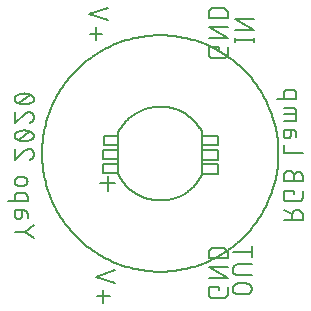
<source format=gbo>
G04 EAGLE Gerber RS-274X export*
G75*
%MOMM*%
%FSLAX34Y34*%
%LPD*%
%INSilkscreen Bottom*%
%IPPOS*%
%AMOC8*
5,1,8,0,0,1.08239X$1,22.5*%
G01*
%ADD10C,0.152400*%
%ADD11C,0.127000*%


D10*
X32512Y129794D02*
X32542Y132250D01*
X32633Y134704D01*
X32783Y137156D01*
X32994Y139603D01*
X33265Y142044D01*
X33595Y144478D01*
X33985Y146903D01*
X34435Y149318D01*
X34944Y151721D01*
X35511Y154110D01*
X36137Y156486D01*
X36821Y158845D01*
X37563Y161186D01*
X38362Y163509D01*
X39218Y165811D01*
X40130Y168091D01*
X41098Y170349D01*
X42120Y172582D01*
X43198Y174789D01*
X44329Y176969D01*
X45513Y179121D01*
X46750Y181243D01*
X48038Y183334D01*
X49378Y185393D01*
X50767Y187419D01*
X52206Y189409D01*
X53693Y191364D01*
X55228Y193282D01*
X56810Y195161D01*
X58437Y197001D01*
X60108Y198800D01*
X61824Y200558D01*
X63582Y202274D01*
X65381Y203945D01*
X67221Y205572D01*
X69100Y207154D01*
X71018Y208689D01*
X72973Y210176D01*
X74963Y211615D01*
X76989Y213004D01*
X79048Y214344D01*
X81139Y215632D01*
X83261Y216869D01*
X85413Y218053D01*
X87593Y219184D01*
X89800Y220262D01*
X92033Y221284D01*
X94291Y222252D01*
X96571Y223164D01*
X98873Y224020D01*
X101196Y224819D01*
X103537Y225561D01*
X105896Y226245D01*
X108272Y226871D01*
X110661Y227438D01*
X113064Y227947D01*
X115479Y228397D01*
X117904Y228787D01*
X120338Y229117D01*
X122779Y229388D01*
X125226Y229599D01*
X127678Y229749D01*
X130132Y229840D01*
X132588Y229870D01*
X135044Y229840D01*
X137498Y229749D01*
X139950Y229599D01*
X142397Y229388D01*
X144838Y229117D01*
X147272Y228787D01*
X149697Y228397D01*
X152112Y227947D01*
X154515Y227438D01*
X156904Y226871D01*
X159280Y226245D01*
X161639Y225561D01*
X163980Y224819D01*
X166303Y224020D01*
X168605Y223164D01*
X170885Y222252D01*
X173143Y221284D01*
X175376Y220262D01*
X177583Y219184D01*
X179763Y218053D01*
X181915Y216869D01*
X184037Y215632D01*
X186128Y214344D01*
X188187Y213004D01*
X190213Y211615D01*
X192203Y210176D01*
X194158Y208689D01*
X196076Y207154D01*
X197955Y205572D01*
X199795Y203945D01*
X201594Y202274D01*
X203352Y200558D01*
X205068Y198800D01*
X206739Y197001D01*
X208366Y195161D01*
X209948Y193282D01*
X211483Y191364D01*
X212970Y189409D01*
X214409Y187419D01*
X215798Y185393D01*
X217138Y183334D01*
X218426Y181243D01*
X219663Y179121D01*
X220847Y176969D01*
X221978Y174789D01*
X223056Y172582D01*
X224078Y170349D01*
X225046Y168091D01*
X225958Y165811D01*
X226814Y163509D01*
X227613Y161186D01*
X228355Y158845D01*
X229039Y156486D01*
X229665Y154110D01*
X230232Y151721D01*
X230741Y149318D01*
X231191Y146903D01*
X231581Y144478D01*
X231911Y142044D01*
X232182Y139603D01*
X232393Y137156D01*
X232543Y134704D01*
X232634Y132250D01*
X232664Y129794D01*
X232634Y127338D01*
X232543Y124884D01*
X232393Y122432D01*
X232182Y119985D01*
X231911Y117544D01*
X231581Y115110D01*
X231191Y112685D01*
X230741Y110270D01*
X230232Y107867D01*
X229665Y105478D01*
X229039Y103102D01*
X228355Y100743D01*
X227613Y98402D01*
X226814Y96079D01*
X225958Y93777D01*
X225046Y91497D01*
X224078Y89239D01*
X223056Y87006D01*
X221978Y84799D01*
X220847Y82619D01*
X219663Y80467D01*
X218426Y78345D01*
X217138Y76254D01*
X215798Y74195D01*
X214409Y72169D01*
X212970Y70179D01*
X211483Y68224D01*
X209948Y66306D01*
X208366Y64427D01*
X206739Y62587D01*
X205068Y60788D01*
X203352Y59030D01*
X201594Y57314D01*
X199795Y55643D01*
X197955Y54016D01*
X196076Y52434D01*
X194158Y50899D01*
X192203Y49412D01*
X190213Y47973D01*
X188187Y46584D01*
X186128Y45244D01*
X184037Y43956D01*
X181915Y42719D01*
X179763Y41535D01*
X177583Y40404D01*
X175376Y39326D01*
X173143Y38304D01*
X170885Y37336D01*
X168605Y36424D01*
X166303Y35568D01*
X163980Y34769D01*
X161639Y34027D01*
X159280Y33343D01*
X156904Y32717D01*
X154515Y32150D01*
X152112Y31641D01*
X149697Y31191D01*
X147272Y30801D01*
X144838Y30471D01*
X142397Y30200D01*
X139950Y29989D01*
X137498Y29839D01*
X135044Y29748D01*
X132588Y29718D01*
X130132Y29748D01*
X127678Y29839D01*
X125226Y29989D01*
X122779Y30200D01*
X120338Y30471D01*
X117904Y30801D01*
X115479Y31191D01*
X113064Y31641D01*
X110661Y32150D01*
X108272Y32717D01*
X105896Y33343D01*
X103537Y34027D01*
X101196Y34769D01*
X98873Y35568D01*
X96571Y36424D01*
X94291Y37336D01*
X92033Y38304D01*
X89800Y39326D01*
X87593Y40404D01*
X85413Y41535D01*
X83261Y42719D01*
X81139Y43956D01*
X79048Y45244D01*
X76989Y46584D01*
X74963Y47973D01*
X72973Y49412D01*
X71018Y50899D01*
X69100Y52434D01*
X67221Y54016D01*
X65381Y55643D01*
X63582Y57314D01*
X61824Y59030D01*
X60108Y60788D01*
X58437Y62587D01*
X56810Y64427D01*
X55228Y66306D01*
X53693Y68224D01*
X52206Y70179D01*
X50767Y72169D01*
X49378Y74195D01*
X48038Y76254D01*
X46750Y78345D01*
X45513Y80467D01*
X44329Y82619D01*
X43198Y84799D01*
X42120Y87006D01*
X41098Y89239D01*
X40130Y91497D01*
X39218Y93777D01*
X38362Y96079D01*
X37563Y98402D01*
X36821Y100743D01*
X36137Y103102D01*
X35511Y105478D01*
X34944Y107867D01*
X34435Y110270D01*
X33985Y112685D01*
X33595Y115110D01*
X33265Y117544D01*
X32994Y119985D01*
X32783Y122432D01*
X32633Y124884D01*
X32542Y127338D01*
X32512Y129794D01*
X182513Y217182D02*
X182513Y219891D01*
X173482Y219891D01*
X173482Y214473D01*
X173484Y214355D01*
X173490Y214237D01*
X173499Y214119D01*
X173513Y214002D01*
X173530Y213885D01*
X173551Y213768D01*
X173576Y213653D01*
X173605Y213538D01*
X173638Y213424D01*
X173674Y213312D01*
X173714Y213201D01*
X173757Y213091D01*
X173804Y212982D01*
X173854Y212875D01*
X173909Y212770D01*
X173966Y212667D01*
X174027Y212566D01*
X174091Y212466D01*
X174158Y212369D01*
X174228Y212274D01*
X174302Y212182D01*
X174378Y212091D01*
X174458Y212004D01*
X174540Y211919D01*
X174625Y211837D01*
X174712Y211757D01*
X174803Y211681D01*
X174895Y211607D01*
X174990Y211537D01*
X175087Y211470D01*
X175187Y211406D01*
X175288Y211345D01*
X175391Y211288D01*
X175496Y211233D01*
X175603Y211183D01*
X175712Y211136D01*
X175822Y211093D01*
X175933Y211053D01*
X176045Y211017D01*
X176159Y210984D01*
X176274Y210955D01*
X176389Y210930D01*
X176506Y210909D01*
X176623Y210892D01*
X176740Y210878D01*
X176858Y210869D01*
X176976Y210863D01*
X177094Y210861D01*
X177094Y210860D02*
X186126Y210860D01*
X186126Y210861D02*
X186244Y210863D01*
X186362Y210869D01*
X186480Y210878D01*
X186597Y210892D01*
X186714Y210909D01*
X186831Y210930D01*
X186946Y210955D01*
X187061Y210984D01*
X187175Y211017D01*
X187287Y211053D01*
X187398Y211093D01*
X187508Y211136D01*
X187617Y211183D01*
X187724Y211233D01*
X187829Y211287D01*
X187932Y211345D01*
X188033Y211406D01*
X188133Y211470D01*
X188230Y211537D01*
X188325Y211607D01*
X188417Y211681D01*
X188508Y211757D01*
X188595Y211837D01*
X188680Y211919D01*
X188762Y212004D01*
X188842Y212091D01*
X188918Y212182D01*
X188992Y212274D01*
X189062Y212369D01*
X189129Y212466D01*
X189193Y212566D01*
X189254Y212667D01*
X189311Y212770D01*
X189365Y212875D01*
X189416Y212982D01*
X189463Y213091D01*
X189506Y213201D01*
X189546Y213312D01*
X189582Y213424D01*
X189615Y213538D01*
X189644Y213653D01*
X189669Y213768D01*
X189690Y213885D01*
X189707Y214002D01*
X189721Y214119D01*
X189730Y214237D01*
X189736Y214355D01*
X189738Y214473D01*
X189738Y219891D01*
X189738Y227534D02*
X173482Y227534D01*
X173482Y236565D02*
X189738Y227534D01*
X189738Y236565D02*
X173482Y236565D01*
X173482Y244207D02*
X189738Y244207D01*
X189738Y248722D01*
X189736Y248853D01*
X189730Y248985D01*
X189721Y249116D01*
X189707Y249246D01*
X189690Y249377D01*
X189669Y249506D01*
X189645Y249635D01*
X189616Y249763D01*
X189584Y249891D01*
X189548Y250017D01*
X189509Y250142D01*
X189466Y250267D01*
X189419Y250389D01*
X189369Y250511D01*
X189315Y250631D01*
X189258Y250749D01*
X189197Y250865D01*
X189133Y250980D01*
X189066Y251093D01*
X188995Y251204D01*
X188921Y251312D01*
X188844Y251419D01*
X188764Y251523D01*
X188681Y251625D01*
X188596Y251724D01*
X188507Y251821D01*
X188415Y251915D01*
X188321Y252007D01*
X188224Y252096D01*
X188125Y252181D01*
X188023Y252264D01*
X187919Y252344D01*
X187812Y252421D01*
X187704Y252495D01*
X187593Y252566D01*
X187480Y252633D01*
X187365Y252697D01*
X187249Y252758D01*
X187131Y252815D01*
X187011Y252869D01*
X186889Y252919D01*
X186767Y252966D01*
X186642Y253009D01*
X186517Y253048D01*
X186391Y253084D01*
X186263Y253116D01*
X186135Y253145D01*
X186006Y253169D01*
X185877Y253190D01*
X185746Y253207D01*
X185616Y253221D01*
X185485Y253230D01*
X185353Y253236D01*
X185222Y253238D01*
X177998Y253238D01*
X177867Y253236D01*
X177735Y253230D01*
X177604Y253221D01*
X177474Y253207D01*
X177343Y253190D01*
X177214Y253169D01*
X177085Y253145D01*
X176957Y253116D01*
X176829Y253084D01*
X176703Y253048D01*
X176578Y253009D01*
X176453Y252966D01*
X176331Y252919D01*
X176209Y252869D01*
X176089Y252815D01*
X175971Y252758D01*
X175855Y252697D01*
X175740Y252633D01*
X175627Y252566D01*
X175516Y252495D01*
X175408Y252421D01*
X175301Y252344D01*
X175197Y252264D01*
X175095Y252181D01*
X174996Y252096D01*
X174899Y252007D01*
X174805Y251915D01*
X174713Y251821D01*
X174624Y251724D01*
X174539Y251625D01*
X174456Y251523D01*
X174376Y251419D01*
X174299Y251312D01*
X174225Y251204D01*
X174154Y251093D01*
X174087Y250980D01*
X174023Y250865D01*
X173962Y250749D01*
X173905Y250631D01*
X173851Y250511D01*
X173801Y250389D01*
X173754Y250267D01*
X173711Y250142D01*
X173672Y250017D01*
X173636Y249891D01*
X173604Y249763D01*
X173575Y249635D01*
X173551Y249506D01*
X173530Y249377D01*
X173513Y249246D01*
X173499Y249116D01*
X173490Y248985D01*
X173484Y248853D01*
X173482Y248722D01*
X173482Y244207D01*
X78204Y236565D02*
X78204Y225727D01*
X83622Y231146D02*
X72785Y231146D01*
X71882Y247819D02*
X88138Y242401D01*
X88138Y253238D02*
X71882Y247819D01*
X84554Y14315D02*
X84554Y3477D01*
X89972Y8896D02*
X79135Y8896D01*
X78232Y25569D02*
X94488Y20151D01*
X94488Y30988D02*
X78232Y25569D01*
X182513Y16691D02*
X182513Y13982D01*
X182513Y16691D02*
X173482Y16691D01*
X173482Y11273D01*
X173484Y11155D01*
X173490Y11037D01*
X173499Y10919D01*
X173513Y10802D01*
X173530Y10685D01*
X173551Y10568D01*
X173576Y10453D01*
X173605Y10338D01*
X173638Y10224D01*
X173674Y10112D01*
X173714Y10001D01*
X173757Y9891D01*
X173804Y9782D01*
X173854Y9675D01*
X173909Y9570D01*
X173966Y9467D01*
X174027Y9366D01*
X174091Y9266D01*
X174158Y9169D01*
X174228Y9074D01*
X174302Y8982D01*
X174378Y8891D01*
X174458Y8804D01*
X174540Y8719D01*
X174625Y8637D01*
X174712Y8557D01*
X174803Y8481D01*
X174895Y8407D01*
X174990Y8337D01*
X175087Y8270D01*
X175187Y8206D01*
X175288Y8145D01*
X175391Y8088D01*
X175496Y8033D01*
X175603Y7983D01*
X175712Y7936D01*
X175822Y7893D01*
X175933Y7853D01*
X176045Y7817D01*
X176159Y7784D01*
X176274Y7755D01*
X176389Y7730D01*
X176506Y7709D01*
X176623Y7692D01*
X176740Y7678D01*
X176858Y7669D01*
X176976Y7663D01*
X177094Y7661D01*
X177094Y7660D02*
X186126Y7660D01*
X186126Y7661D02*
X186244Y7663D01*
X186362Y7669D01*
X186480Y7678D01*
X186597Y7692D01*
X186714Y7709D01*
X186831Y7730D01*
X186946Y7755D01*
X187061Y7784D01*
X187175Y7817D01*
X187287Y7853D01*
X187398Y7893D01*
X187508Y7936D01*
X187617Y7983D01*
X187724Y8033D01*
X187829Y8087D01*
X187932Y8145D01*
X188033Y8206D01*
X188133Y8270D01*
X188230Y8337D01*
X188325Y8407D01*
X188417Y8481D01*
X188508Y8557D01*
X188595Y8637D01*
X188680Y8719D01*
X188762Y8804D01*
X188842Y8891D01*
X188918Y8982D01*
X188992Y9074D01*
X189062Y9169D01*
X189129Y9266D01*
X189193Y9366D01*
X189254Y9467D01*
X189311Y9570D01*
X189365Y9675D01*
X189416Y9782D01*
X189463Y9891D01*
X189506Y10001D01*
X189546Y10112D01*
X189582Y10224D01*
X189615Y10338D01*
X189644Y10453D01*
X189669Y10568D01*
X189690Y10685D01*
X189707Y10802D01*
X189721Y10919D01*
X189730Y11037D01*
X189736Y11155D01*
X189738Y11273D01*
X189738Y16691D01*
X189738Y24334D02*
X173482Y24334D01*
X173482Y33365D02*
X189738Y24334D01*
X189738Y33365D02*
X173482Y33365D01*
X173482Y41007D02*
X189738Y41007D01*
X189738Y45522D01*
X189736Y45653D01*
X189730Y45785D01*
X189721Y45916D01*
X189707Y46046D01*
X189690Y46177D01*
X189669Y46306D01*
X189645Y46435D01*
X189616Y46563D01*
X189584Y46691D01*
X189548Y46817D01*
X189509Y46942D01*
X189466Y47067D01*
X189419Y47189D01*
X189369Y47311D01*
X189315Y47431D01*
X189258Y47549D01*
X189197Y47665D01*
X189133Y47780D01*
X189066Y47893D01*
X188995Y48004D01*
X188921Y48112D01*
X188844Y48219D01*
X188764Y48323D01*
X188681Y48425D01*
X188596Y48524D01*
X188507Y48621D01*
X188415Y48715D01*
X188321Y48807D01*
X188224Y48896D01*
X188125Y48981D01*
X188023Y49064D01*
X187919Y49144D01*
X187812Y49221D01*
X187704Y49295D01*
X187593Y49366D01*
X187480Y49433D01*
X187365Y49497D01*
X187249Y49558D01*
X187131Y49615D01*
X187011Y49669D01*
X186889Y49719D01*
X186767Y49766D01*
X186642Y49809D01*
X186517Y49848D01*
X186391Y49884D01*
X186263Y49916D01*
X186135Y49945D01*
X186006Y49969D01*
X185877Y49990D01*
X185746Y50007D01*
X185616Y50021D01*
X185485Y50030D01*
X185353Y50036D01*
X185222Y50038D01*
X177998Y50038D01*
X177867Y50036D01*
X177735Y50030D01*
X177604Y50021D01*
X177474Y50007D01*
X177343Y49990D01*
X177214Y49969D01*
X177085Y49945D01*
X176957Y49916D01*
X176829Y49884D01*
X176703Y49848D01*
X176578Y49809D01*
X176453Y49766D01*
X176331Y49719D01*
X176209Y49669D01*
X176089Y49615D01*
X175971Y49558D01*
X175855Y49497D01*
X175740Y49433D01*
X175627Y49366D01*
X175516Y49295D01*
X175408Y49221D01*
X175301Y49144D01*
X175197Y49064D01*
X175095Y48981D01*
X174996Y48896D01*
X174899Y48807D01*
X174805Y48715D01*
X174713Y48621D01*
X174624Y48524D01*
X174539Y48425D01*
X174456Y48323D01*
X174376Y48219D01*
X174299Y48112D01*
X174225Y48004D01*
X174154Y47893D01*
X174087Y47780D01*
X174023Y47665D01*
X173962Y47549D01*
X173905Y47431D01*
X173851Y47311D01*
X173801Y47189D01*
X173754Y47067D01*
X173711Y46942D01*
X173672Y46817D01*
X173636Y46691D01*
X173604Y46563D01*
X173575Y46435D01*
X173551Y46306D01*
X173530Y46177D01*
X173513Y46046D01*
X173499Y45916D01*
X173490Y45785D01*
X173484Y45653D01*
X173482Y45522D01*
X173482Y41007D01*
X198318Y10760D02*
X205542Y10760D01*
X205675Y10762D01*
X205807Y10768D01*
X205939Y10778D01*
X206071Y10791D01*
X206203Y10809D01*
X206333Y10830D01*
X206464Y10855D01*
X206593Y10884D01*
X206721Y10917D01*
X206849Y10953D01*
X206975Y10993D01*
X207100Y11037D01*
X207224Y11085D01*
X207346Y11136D01*
X207467Y11191D01*
X207586Y11249D01*
X207704Y11311D01*
X207819Y11376D01*
X207933Y11445D01*
X208044Y11516D01*
X208153Y11592D01*
X208260Y11670D01*
X208365Y11751D01*
X208467Y11836D01*
X208567Y11923D01*
X208664Y12013D01*
X208759Y12106D01*
X208850Y12202D01*
X208939Y12300D01*
X209025Y12401D01*
X209108Y12505D01*
X209188Y12611D01*
X209264Y12719D01*
X209338Y12829D01*
X209408Y12942D01*
X209475Y13056D01*
X209538Y13173D01*
X209598Y13291D01*
X209655Y13411D01*
X209708Y13533D01*
X209757Y13656D01*
X209803Y13780D01*
X209845Y13906D01*
X209883Y14033D01*
X209918Y14161D01*
X209949Y14290D01*
X209976Y14419D01*
X209999Y14550D01*
X210019Y14681D01*
X210034Y14813D01*
X210046Y14945D01*
X210054Y15077D01*
X210058Y15210D01*
X210058Y15342D01*
X210054Y15475D01*
X210046Y15607D01*
X210034Y15739D01*
X210019Y15871D01*
X209999Y16002D01*
X209976Y16133D01*
X209949Y16262D01*
X209918Y16391D01*
X209883Y16519D01*
X209845Y16646D01*
X209803Y16772D01*
X209757Y16896D01*
X209708Y17019D01*
X209655Y17141D01*
X209598Y17261D01*
X209538Y17379D01*
X209475Y17496D01*
X209408Y17610D01*
X209338Y17723D01*
X209264Y17833D01*
X209188Y17941D01*
X209108Y18047D01*
X209025Y18151D01*
X208939Y18252D01*
X208850Y18350D01*
X208759Y18446D01*
X208664Y18539D01*
X208567Y18629D01*
X208467Y18716D01*
X208365Y18801D01*
X208260Y18882D01*
X208153Y18960D01*
X208044Y19036D01*
X207933Y19107D01*
X207819Y19176D01*
X207704Y19241D01*
X207586Y19303D01*
X207467Y19361D01*
X207346Y19416D01*
X207224Y19467D01*
X207100Y19515D01*
X206975Y19559D01*
X206849Y19599D01*
X206721Y19635D01*
X206593Y19668D01*
X206464Y19697D01*
X206333Y19722D01*
X206203Y19743D01*
X206071Y19761D01*
X205939Y19774D01*
X205807Y19784D01*
X205675Y19790D01*
X205542Y19792D01*
X198318Y19792D01*
X198185Y19790D01*
X198053Y19784D01*
X197921Y19774D01*
X197789Y19761D01*
X197657Y19743D01*
X197527Y19722D01*
X197396Y19697D01*
X197267Y19668D01*
X197139Y19635D01*
X197011Y19599D01*
X196885Y19559D01*
X196760Y19515D01*
X196636Y19467D01*
X196514Y19416D01*
X196393Y19361D01*
X196274Y19303D01*
X196156Y19241D01*
X196041Y19176D01*
X195927Y19107D01*
X195816Y19036D01*
X195707Y18960D01*
X195600Y18882D01*
X195495Y18801D01*
X195393Y18716D01*
X195293Y18629D01*
X195196Y18539D01*
X195101Y18446D01*
X195010Y18350D01*
X194921Y18252D01*
X194835Y18151D01*
X194752Y18047D01*
X194672Y17941D01*
X194596Y17833D01*
X194522Y17723D01*
X194452Y17610D01*
X194385Y17496D01*
X194322Y17379D01*
X194262Y17261D01*
X194205Y17141D01*
X194152Y17019D01*
X194103Y16896D01*
X194057Y16772D01*
X194015Y16646D01*
X193977Y16519D01*
X193942Y16391D01*
X193911Y16262D01*
X193884Y16133D01*
X193861Y16002D01*
X193841Y15871D01*
X193826Y15739D01*
X193814Y15607D01*
X193806Y15475D01*
X193802Y15342D01*
X193802Y15210D01*
X193806Y15077D01*
X193814Y14945D01*
X193826Y14813D01*
X193841Y14681D01*
X193861Y14550D01*
X193884Y14419D01*
X193911Y14290D01*
X193942Y14161D01*
X193977Y14033D01*
X194015Y13906D01*
X194057Y13780D01*
X194103Y13656D01*
X194152Y13533D01*
X194205Y13411D01*
X194262Y13291D01*
X194322Y13173D01*
X194385Y13056D01*
X194452Y12942D01*
X194522Y12829D01*
X194596Y12719D01*
X194672Y12611D01*
X194752Y12505D01*
X194835Y12401D01*
X194921Y12300D01*
X195010Y12202D01*
X195101Y12106D01*
X195196Y12013D01*
X195293Y11923D01*
X195393Y11836D01*
X195495Y11751D01*
X195600Y11670D01*
X195707Y11592D01*
X195816Y11516D01*
X195927Y11445D01*
X196041Y11376D01*
X196156Y11311D01*
X196274Y11249D01*
X196393Y11191D01*
X196514Y11136D01*
X196636Y11085D01*
X196760Y11037D01*
X196885Y10993D01*
X197011Y10953D01*
X197139Y10917D01*
X197267Y10884D01*
X197396Y10855D01*
X197527Y10830D01*
X197657Y10809D01*
X197789Y10791D01*
X197921Y10778D01*
X198053Y10768D01*
X198185Y10762D01*
X198318Y10760D01*
X198318Y26913D02*
X210058Y26913D01*
X198318Y26912D02*
X198185Y26914D01*
X198053Y26920D01*
X197921Y26930D01*
X197789Y26943D01*
X197657Y26961D01*
X197527Y26982D01*
X197396Y27007D01*
X197267Y27036D01*
X197139Y27069D01*
X197011Y27105D01*
X196885Y27145D01*
X196760Y27189D01*
X196636Y27237D01*
X196514Y27288D01*
X196393Y27343D01*
X196274Y27401D01*
X196156Y27463D01*
X196041Y27528D01*
X195927Y27597D01*
X195816Y27668D01*
X195707Y27744D01*
X195600Y27822D01*
X195495Y27903D01*
X195393Y27988D01*
X195293Y28075D01*
X195196Y28165D01*
X195101Y28258D01*
X195010Y28354D01*
X194921Y28452D01*
X194835Y28553D01*
X194752Y28657D01*
X194672Y28763D01*
X194596Y28871D01*
X194522Y28981D01*
X194452Y29094D01*
X194385Y29208D01*
X194322Y29325D01*
X194262Y29443D01*
X194205Y29563D01*
X194152Y29685D01*
X194103Y29808D01*
X194057Y29932D01*
X194015Y30058D01*
X193977Y30185D01*
X193942Y30313D01*
X193911Y30442D01*
X193884Y30571D01*
X193861Y30702D01*
X193841Y30833D01*
X193826Y30965D01*
X193814Y31097D01*
X193806Y31229D01*
X193802Y31362D01*
X193802Y31494D01*
X193806Y31627D01*
X193814Y31759D01*
X193826Y31891D01*
X193841Y32023D01*
X193861Y32154D01*
X193884Y32285D01*
X193911Y32414D01*
X193942Y32543D01*
X193977Y32671D01*
X194015Y32798D01*
X194057Y32924D01*
X194103Y33048D01*
X194152Y33171D01*
X194205Y33293D01*
X194262Y33413D01*
X194322Y33531D01*
X194385Y33648D01*
X194452Y33762D01*
X194522Y33875D01*
X194596Y33985D01*
X194672Y34093D01*
X194752Y34199D01*
X194835Y34303D01*
X194921Y34404D01*
X195010Y34502D01*
X195101Y34598D01*
X195196Y34691D01*
X195293Y34781D01*
X195393Y34868D01*
X195495Y34953D01*
X195600Y35034D01*
X195707Y35112D01*
X195816Y35188D01*
X195927Y35259D01*
X196041Y35328D01*
X196156Y35393D01*
X196274Y35455D01*
X196393Y35513D01*
X196514Y35568D01*
X196636Y35619D01*
X196760Y35667D01*
X196885Y35711D01*
X197011Y35751D01*
X197139Y35787D01*
X197267Y35820D01*
X197396Y35849D01*
X197527Y35874D01*
X197657Y35895D01*
X197789Y35913D01*
X197921Y35926D01*
X198053Y35936D01*
X198185Y35942D01*
X198318Y35944D01*
X210058Y35944D01*
X210058Y46538D02*
X193802Y46538D01*
X210058Y42023D02*
X210058Y51054D01*
X212090Y226044D02*
X195834Y226044D01*
X195834Y224238D02*
X195834Y227851D01*
X212090Y227851D02*
X212090Y224238D01*
X212090Y234555D02*
X195834Y234555D01*
X195834Y243586D02*
X212090Y234555D01*
X212090Y243586D02*
X195834Y243586D01*
X236982Y73154D02*
X253238Y73154D01*
X253238Y77670D01*
X253236Y77803D01*
X253230Y77935D01*
X253220Y78067D01*
X253207Y78199D01*
X253189Y78331D01*
X253168Y78461D01*
X253143Y78592D01*
X253114Y78721D01*
X253081Y78849D01*
X253045Y78977D01*
X253005Y79103D01*
X252961Y79228D01*
X252913Y79352D01*
X252862Y79474D01*
X252807Y79595D01*
X252749Y79714D01*
X252687Y79832D01*
X252622Y79947D01*
X252553Y80061D01*
X252482Y80172D01*
X252406Y80281D01*
X252328Y80388D01*
X252247Y80493D01*
X252162Y80595D01*
X252075Y80695D01*
X251985Y80792D01*
X251892Y80887D01*
X251796Y80978D01*
X251698Y81067D01*
X251597Y81153D01*
X251493Y81236D01*
X251387Y81316D01*
X251279Y81392D01*
X251169Y81466D01*
X251056Y81536D01*
X250942Y81603D01*
X250825Y81666D01*
X250707Y81726D01*
X250587Y81783D01*
X250465Y81836D01*
X250342Y81885D01*
X250218Y81931D01*
X250092Y81973D01*
X249965Y82011D01*
X249837Y82046D01*
X249708Y82077D01*
X249579Y82104D01*
X249448Y82127D01*
X249317Y82147D01*
X249185Y82162D01*
X249053Y82174D01*
X248921Y82182D01*
X248788Y82186D01*
X248656Y82186D01*
X248523Y82182D01*
X248391Y82174D01*
X248259Y82162D01*
X248127Y82147D01*
X247996Y82127D01*
X247865Y82104D01*
X247736Y82077D01*
X247607Y82046D01*
X247479Y82011D01*
X247352Y81973D01*
X247226Y81931D01*
X247102Y81885D01*
X246979Y81836D01*
X246857Y81783D01*
X246737Y81726D01*
X246619Y81666D01*
X246502Y81603D01*
X246388Y81536D01*
X246275Y81466D01*
X246165Y81392D01*
X246057Y81316D01*
X245951Y81236D01*
X245847Y81153D01*
X245746Y81067D01*
X245648Y80978D01*
X245552Y80887D01*
X245459Y80792D01*
X245369Y80695D01*
X245282Y80595D01*
X245197Y80493D01*
X245116Y80388D01*
X245038Y80281D01*
X244962Y80172D01*
X244891Y80061D01*
X244822Y79947D01*
X244757Y79832D01*
X244695Y79714D01*
X244637Y79595D01*
X244582Y79474D01*
X244531Y79352D01*
X244483Y79228D01*
X244439Y79103D01*
X244399Y78977D01*
X244363Y78849D01*
X244330Y78721D01*
X244301Y78592D01*
X244276Y78461D01*
X244255Y78331D01*
X244237Y78199D01*
X244224Y78067D01*
X244214Y77935D01*
X244208Y77803D01*
X244206Y77670D01*
X244207Y77670D02*
X244207Y73154D01*
X244207Y78573D02*
X236982Y82185D01*
X246013Y95537D02*
X246013Y98246D01*
X236982Y98246D01*
X236982Y92827D01*
X236984Y92709D01*
X236990Y92591D01*
X236999Y92473D01*
X237013Y92356D01*
X237030Y92239D01*
X237051Y92122D01*
X237076Y92007D01*
X237105Y91892D01*
X237138Y91778D01*
X237174Y91666D01*
X237214Y91555D01*
X237257Y91445D01*
X237304Y91336D01*
X237354Y91229D01*
X237409Y91124D01*
X237466Y91021D01*
X237527Y90920D01*
X237591Y90820D01*
X237658Y90723D01*
X237728Y90628D01*
X237802Y90536D01*
X237878Y90445D01*
X237958Y90358D01*
X238040Y90273D01*
X238125Y90191D01*
X238212Y90111D01*
X238303Y90035D01*
X238395Y89961D01*
X238490Y89891D01*
X238587Y89824D01*
X238687Y89760D01*
X238788Y89699D01*
X238891Y89642D01*
X238996Y89587D01*
X239103Y89537D01*
X239212Y89490D01*
X239322Y89447D01*
X239433Y89407D01*
X239545Y89371D01*
X239659Y89338D01*
X239774Y89309D01*
X239889Y89284D01*
X240006Y89263D01*
X240123Y89246D01*
X240240Y89232D01*
X240358Y89223D01*
X240476Y89217D01*
X240594Y89215D01*
X249626Y89215D01*
X249744Y89217D01*
X249862Y89223D01*
X249980Y89232D01*
X250097Y89246D01*
X250214Y89263D01*
X250331Y89284D01*
X250446Y89309D01*
X250561Y89338D01*
X250675Y89371D01*
X250787Y89407D01*
X250898Y89447D01*
X251008Y89490D01*
X251117Y89537D01*
X251224Y89587D01*
X251329Y89641D01*
X251432Y89699D01*
X251533Y89760D01*
X251633Y89824D01*
X251730Y89891D01*
X251825Y89961D01*
X251917Y90035D01*
X252008Y90111D01*
X252095Y90191D01*
X252180Y90273D01*
X252262Y90358D01*
X252342Y90445D01*
X252418Y90536D01*
X252492Y90628D01*
X252562Y90723D01*
X252629Y90820D01*
X252693Y90920D01*
X252754Y91021D01*
X252811Y91124D01*
X252865Y91229D01*
X252916Y91336D01*
X252963Y91445D01*
X253006Y91555D01*
X253046Y91666D01*
X253082Y91778D01*
X253115Y91892D01*
X253144Y92007D01*
X253169Y92122D01*
X253190Y92239D01*
X253207Y92356D01*
X253221Y92473D01*
X253230Y92591D01*
X253236Y92709D01*
X253238Y92827D01*
X253238Y98246D01*
X246013Y106099D02*
X246013Y110615D01*
X246014Y110615D02*
X246012Y110748D01*
X246006Y110880D01*
X245996Y111012D01*
X245983Y111144D01*
X245965Y111276D01*
X245944Y111406D01*
X245919Y111537D01*
X245890Y111666D01*
X245857Y111794D01*
X245821Y111922D01*
X245781Y112048D01*
X245737Y112173D01*
X245689Y112297D01*
X245638Y112419D01*
X245583Y112540D01*
X245525Y112659D01*
X245463Y112777D01*
X245398Y112892D01*
X245329Y113006D01*
X245258Y113117D01*
X245182Y113226D01*
X245104Y113333D01*
X245023Y113438D01*
X244938Y113540D01*
X244851Y113640D01*
X244761Y113737D01*
X244668Y113832D01*
X244572Y113923D01*
X244474Y114012D01*
X244373Y114098D01*
X244269Y114181D01*
X244163Y114261D01*
X244055Y114337D01*
X243945Y114411D01*
X243832Y114481D01*
X243718Y114548D01*
X243601Y114611D01*
X243483Y114671D01*
X243363Y114728D01*
X243241Y114781D01*
X243118Y114830D01*
X242994Y114876D01*
X242868Y114918D01*
X242741Y114956D01*
X242613Y114991D01*
X242484Y115022D01*
X242355Y115049D01*
X242224Y115072D01*
X242093Y115092D01*
X241961Y115107D01*
X241829Y115119D01*
X241697Y115127D01*
X241564Y115131D01*
X241432Y115131D01*
X241299Y115127D01*
X241167Y115119D01*
X241035Y115107D01*
X240903Y115092D01*
X240772Y115072D01*
X240641Y115049D01*
X240512Y115022D01*
X240383Y114991D01*
X240255Y114956D01*
X240128Y114918D01*
X240002Y114876D01*
X239878Y114830D01*
X239755Y114781D01*
X239633Y114728D01*
X239513Y114671D01*
X239395Y114611D01*
X239278Y114548D01*
X239164Y114481D01*
X239051Y114411D01*
X238941Y114337D01*
X238833Y114261D01*
X238727Y114181D01*
X238623Y114098D01*
X238522Y114012D01*
X238424Y113923D01*
X238328Y113832D01*
X238235Y113737D01*
X238145Y113640D01*
X238058Y113540D01*
X237973Y113438D01*
X237892Y113333D01*
X237814Y113226D01*
X237738Y113117D01*
X237667Y113006D01*
X237598Y112892D01*
X237533Y112777D01*
X237471Y112659D01*
X237413Y112540D01*
X237358Y112419D01*
X237307Y112297D01*
X237259Y112173D01*
X237215Y112048D01*
X237175Y111922D01*
X237139Y111794D01*
X237106Y111666D01*
X237077Y111537D01*
X237052Y111406D01*
X237031Y111276D01*
X237013Y111144D01*
X237000Y111012D01*
X236990Y110880D01*
X236984Y110748D01*
X236982Y110615D01*
X236982Y106099D01*
X253238Y106099D01*
X253238Y110615D01*
X253236Y110734D01*
X253230Y110854D01*
X253220Y110973D01*
X253206Y111091D01*
X253189Y111210D01*
X253167Y111327D01*
X253142Y111444D01*
X253112Y111559D01*
X253079Y111674D01*
X253042Y111788D01*
X253002Y111900D01*
X252957Y112011D01*
X252909Y112120D01*
X252858Y112228D01*
X252803Y112334D01*
X252744Y112438D01*
X252682Y112540D01*
X252617Y112640D01*
X252548Y112738D01*
X252476Y112834D01*
X252401Y112927D01*
X252324Y113017D01*
X252243Y113105D01*
X252159Y113190D01*
X252072Y113272D01*
X251983Y113352D01*
X251891Y113428D01*
X251797Y113502D01*
X251700Y113572D01*
X251602Y113639D01*
X251501Y113703D01*
X251397Y113763D01*
X251292Y113820D01*
X251185Y113873D01*
X251077Y113923D01*
X250967Y113969D01*
X250855Y114011D01*
X250742Y114050D01*
X250628Y114085D01*
X250513Y114116D01*
X250396Y114144D01*
X250279Y114167D01*
X250162Y114187D01*
X250043Y114203D01*
X249924Y114215D01*
X249805Y114223D01*
X249686Y114227D01*
X249566Y114227D01*
X249447Y114223D01*
X249328Y114215D01*
X249209Y114203D01*
X249090Y114187D01*
X248973Y114167D01*
X248856Y114144D01*
X248739Y114116D01*
X248624Y114085D01*
X248510Y114050D01*
X248397Y114011D01*
X248285Y113969D01*
X248175Y113923D01*
X248067Y113873D01*
X247960Y113820D01*
X247855Y113763D01*
X247751Y113703D01*
X247650Y113639D01*
X247552Y113572D01*
X247455Y113502D01*
X247361Y113428D01*
X247269Y113352D01*
X247180Y113272D01*
X247093Y113190D01*
X247009Y113105D01*
X246928Y113017D01*
X246851Y112927D01*
X246776Y112834D01*
X246704Y112738D01*
X246635Y112640D01*
X246570Y112540D01*
X246508Y112438D01*
X246449Y112334D01*
X246394Y112228D01*
X246343Y112120D01*
X246295Y112011D01*
X246250Y111900D01*
X246210Y111788D01*
X246173Y111674D01*
X246140Y111559D01*
X246110Y111444D01*
X246085Y111327D01*
X246063Y111210D01*
X246046Y111091D01*
X246032Y110973D01*
X246022Y110854D01*
X246016Y110734D01*
X246014Y110615D01*
X253238Y129886D02*
X236982Y129886D01*
X236982Y137111D01*
X243304Y145831D02*
X243304Y149895D01*
X243304Y145831D02*
X243302Y145719D01*
X243296Y145608D01*
X243286Y145497D01*
X243273Y145386D01*
X243255Y145276D01*
X243233Y145167D01*
X243208Y145058D01*
X243179Y144950D01*
X243146Y144844D01*
X243109Y144738D01*
X243069Y144634D01*
X243025Y144532D01*
X242977Y144431D01*
X242926Y144332D01*
X242871Y144234D01*
X242813Y144139D01*
X242752Y144046D01*
X242687Y143955D01*
X242619Y143866D01*
X242548Y143780D01*
X242475Y143697D01*
X242398Y143616D01*
X242318Y143537D01*
X242236Y143462D01*
X242151Y143390D01*
X242064Y143320D01*
X241974Y143254D01*
X241882Y143191D01*
X241787Y143131D01*
X241691Y143075D01*
X241593Y143022D01*
X241493Y142973D01*
X241391Y142927D01*
X241288Y142885D01*
X241183Y142846D01*
X241077Y142811D01*
X240970Y142780D01*
X240862Y142753D01*
X240753Y142729D01*
X240643Y142710D01*
X240533Y142694D01*
X240422Y142682D01*
X240310Y142674D01*
X240199Y142670D01*
X240087Y142670D01*
X239976Y142674D01*
X239864Y142682D01*
X239753Y142694D01*
X239643Y142710D01*
X239533Y142729D01*
X239424Y142753D01*
X239316Y142780D01*
X239209Y142811D01*
X239103Y142846D01*
X238998Y142885D01*
X238895Y142927D01*
X238793Y142973D01*
X238693Y143022D01*
X238595Y143075D01*
X238499Y143131D01*
X238404Y143191D01*
X238312Y143254D01*
X238222Y143320D01*
X238135Y143390D01*
X238050Y143462D01*
X237968Y143537D01*
X237888Y143616D01*
X237811Y143697D01*
X237738Y143780D01*
X237667Y143866D01*
X237599Y143955D01*
X237534Y144046D01*
X237473Y144139D01*
X237415Y144234D01*
X237360Y144332D01*
X237309Y144431D01*
X237261Y144532D01*
X237217Y144634D01*
X237177Y144738D01*
X237140Y144844D01*
X237107Y144950D01*
X237078Y145058D01*
X237053Y145167D01*
X237031Y145276D01*
X237013Y145386D01*
X237000Y145497D01*
X236990Y145608D01*
X236984Y145719D01*
X236982Y145831D01*
X236982Y149895D01*
X245110Y149895D01*
X245110Y149894D02*
X245211Y149892D01*
X245312Y149886D01*
X245413Y149877D01*
X245514Y149864D01*
X245614Y149847D01*
X245713Y149826D01*
X245811Y149802D01*
X245908Y149774D01*
X246005Y149742D01*
X246100Y149707D01*
X246193Y149668D01*
X246285Y149626D01*
X246376Y149580D01*
X246465Y149531D01*
X246551Y149479D01*
X246636Y149423D01*
X246719Y149365D01*
X246799Y149303D01*
X246877Y149238D01*
X246953Y149171D01*
X247026Y149101D01*
X247096Y149028D01*
X247163Y148952D01*
X247228Y148874D01*
X247290Y148794D01*
X247348Y148711D01*
X247404Y148626D01*
X247456Y148540D01*
X247505Y148451D01*
X247551Y148360D01*
X247593Y148268D01*
X247632Y148175D01*
X247667Y148080D01*
X247699Y147983D01*
X247727Y147886D01*
X247751Y147788D01*
X247772Y147689D01*
X247789Y147589D01*
X247802Y147488D01*
X247811Y147387D01*
X247817Y147286D01*
X247819Y147185D01*
X247819Y143573D01*
X247819Y157610D02*
X236982Y157610D01*
X247819Y157610D02*
X247819Y165738D01*
X247817Y165839D01*
X247811Y165940D01*
X247802Y166041D01*
X247789Y166142D01*
X247772Y166242D01*
X247751Y166341D01*
X247727Y166439D01*
X247699Y166536D01*
X247667Y166633D01*
X247632Y166728D01*
X247593Y166821D01*
X247551Y166913D01*
X247505Y167004D01*
X247456Y167093D01*
X247404Y167179D01*
X247348Y167264D01*
X247290Y167347D01*
X247228Y167427D01*
X247163Y167505D01*
X247096Y167581D01*
X247026Y167654D01*
X246953Y167724D01*
X246877Y167791D01*
X246799Y167856D01*
X246719Y167918D01*
X246636Y167976D01*
X246551Y168032D01*
X246465Y168084D01*
X246376Y168133D01*
X246285Y168179D01*
X246193Y168221D01*
X246100Y168260D01*
X246005Y168295D01*
X245908Y168327D01*
X245811Y168355D01*
X245713Y168379D01*
X245614Y168400D01*
X245514Y168417D01*
X245413Y168430D01*
X245312Y168439D01*
X245211Y168445D01*
X245110Y168447D01*
X245110Y168448D02*
X236982Y168448D01*
X236982Y163029D02*
X247819Y163029D01*
X247819Y176163D02*
X231563Y176163D01*
X247819Y176163D02*
X247819Y180679D01*
X247817Y180780D01*
X247811Y180881D01*
X247802Y180982D01*
X247789Y181083D01*
X247772Y181183D01*
X247751Y181282D01*
X247727Y181380D01*
X247699Y181477D01*
X247667Y181574D01*
X247632Y181669D01*
X247593Y181762D01*
X247551Y181854D01*
X247505Y181945D01*
X247456Y182034D01*
X247404Y182120D01*
X247348Y182205D01*
X247290Y182288D01*
X247228Y182368D01*
X247163Y182446D01*
X247096Y182522D01*
X247026Y182595D01*
X246953Y182665D01*
X246877Y182732D01*
X246799Y182797D01*
X246719Y182859D01*
X246636Y182917D01*
X246551Y182973D01*
X246465Y183025D01*
X246376Y183074D01*
X246285Y183120D01*
X246193Y183162D01*
X246100Y183201D01*
X246005Y183236D01*
X245908Y183268D01*
X245811Y183296D01*
X245713Y183320D01*
X245614Y183341D01*
X245514Y183358D01*
X245413Y183371D01*
X245312Y183380D01*
X245211Y183386D01*
X245110Y183388D01*
X239691Y183388D01*
X239590Y183386D01*
X239489Y183380D01*
X239388Y183371D01*
X239287Y183358D01*
X239187Y183341D01*
X239088Y183320D01*
X238990Y183296D01*
X238893Y183268D01*
X238796Y183236D01*
X238701Y183201D01*
X238608Y183162D01*
X238516Y183120D01*
X238425Y183074D01*
X238337Y183025D01*
X238250Y182973D01*
X238165Y182917D01*
X238082Y182859D01*
X238002Y182797D01*
X237924Y182732D01*
X237848Y182665D01*
X237775Y182595D01*
X237705Y182522D01*
X237638Y182446D01*
X237573Y182368D01*
X237511Y182288D01*
X237453Y182205D01*
X237397Y182120D01*
X237345Y182034D01*
X237296Y181945D01*
X237250Y181854D01*
X237208Y181762D01*
X237169Y181669D01*
X237134Y181574D01*
X237102Y181477D01*
X237074Y181380D01*
X237050Y181282D01*
X237029Y181183D01*
X237012Y181083D01*
X236999Y180982D01*
X236990Y180881D01*
X236984Y180780D01*
X236982Y180679D01*
X236982Y176163D01*
X25654Y58115D02*
X17978Y63534D01*
X25654Y68952D01*
X17978Y63534D02*
X9398Y63534D01*
X15720Y77598D02*
X15720Y81662D01*
X15720Y77598D02*
X15718Y77486D01*
X15712Y77375D01*
X15702Y77264D01*
X15689Y77153D01*
X15671Y77043D01*
X15649Y76934D01*
X15624Y76825D01*
X15595Y76717D01*
X15562Y76611D01*
X15525Y76505D01*
X15485Y76401D01*
X15441Y76299D01*
X15393Y76198D01*
X15342Y76099D01*
X15287Y76001D01*
X15229Y75906D01*
X15168Y75813D01*
X15103Y75722D01*
X15035Y75633D01*
X14964Y75547D01*
X14891Y75464D01*
X14814Y75383D01*
X14734Y75304D01*
X14652Y75229D01*
X14567Y75157D01*
X14480Y75087D01*
X14390Y75021D01*
X14298Y74958D01*
X14203Y74898D01*
X14107Y74842D01*
X14009Y74789D01*
X13909Y74740D01*
X13807Y74694D01*
X13704Y74652D01*
X13599Y74613D01*
X13493Y74578D01*
X13386Y74547D01*
X13278Y74520D01*
X13169Y74496D01*
X13059Y74477D01*
X12949Y74461D01*
X12838Y74449D01*
X12726Y74441D01*
X12615Y74437D01*
X12503Y74437D01*
X12392Y74441D01*
X12280Y74449D01*
X12169Y74461D01*
X12059Y74477D01*
X11949Y74496D01*
X11840Y74520D01*
X11732Y74547D01*
X11625Y74578D01*
X11519Y74613D01*
X11414Y74652D01*
X11311Y74694D01*
X11209Y74740D01*
X11109Y74789D01*
X11011Y74842D01*
X10915Y74898D01*
X10820Y74958D01*
X10728Y75021D01*
X10638Y75087D01*
X10551Y75157D01*
X10466Y75229D01*
X10384Y75304D01*
X10304Y75383D01*
X10227Y75464D01*
X10154Y75547D01*
X10083Y75633D01*
X10015Y75722D01*
X9950Y75813D01*
X9889Y75906D01*
X9831Y76001D01*
X9776Y76099D01*
X9725Y76198D01*
X9677Y76299D01*
X9633Y76401D01*
X9593Y76505D01*
X9556Y76611D01*
X9523Y76717D01*
X9494Y76825D01*
X9469Y76934D01*
X9447Y77043D01*
X9429Y77153D01*
X9416Y77264D01*
X9406Y77375D01*
X9400Y77486D01*
X9398Y77598D01*
X9398Y81662D01*
X17526Y81662D01*
X17627Y81660D01*
X17728Y81654D01*
X17829Y81645D01*
X17930Y81632D01*
X18030Y81615D01*
X18129Y81594D01*
X18227Y81570D01*
X18324Y81542D01*
X18421Y81510D01*
X18516Y81475D01*
X18609Y81436D01*
X18701Y81394D01*
X18792Y81348D01*
X18881Y81299D01*
X18967Y81247D01*
X19052Y81191D01*
X19135Y81133D01*
X19215Y81071D01*
X19293Y81006D01*
X19369Y80939D01*
X19442Y80869D01*
X19512Y80796D01*
X19579Y80720D01*
X19644Y80642D01*
X19706Y80562D01*
X19764Y80479D01*
X19820Y80394D01*
X19872Y80308D01*
X19921Y80219D01*
X19967Y80128D01*
X20009Y80036D01*
X20048Y79943D01*
X20083Y79848D01*
X20115Y79751D01*
X20143Y79654D01*
X20167Y79556D01*
X20188Y79457D01*
X20205Y79357D01*
X20218Y79256D01*
X20227Y79155D01*
X20233Y79054D01*
X20235Y78953D01*
X20235Y75340D01*
X20235Y89173D02*
X3979Y89173D01*
X20235Y89173D02*
X20235Y93688D01*
X20233Y93789D01*
X20227Y93890D01*
X20218Y93991D01*
X20205Y94092D01*
X20188Y94192D01*
X20167Y94291D01*
X20143Y94389D01*
X20115Y94486D01*
X20083Y94583D01*
X20048Y94678D01*
X20009Y94771D01*
X19967Y94863D01*
X19921Y94954D01*
X19872Y95043D01*
X19820Y95129D01*
X19764Y95214D01*
X19706Y95297D01*
X19644Y95377D01*
X19579Y95455D01*
X19512Y95531D01*
X19442Y95604D01*
X19369Y95674D01*
X19293Y95741D01*
X19215Y95806D01*
X19135Y95868D01*
X19052Y95926D01*
X18967Y95982D01*
X18881Y96034D01*
X18792Y96083D01*
X18701Y96129D01*
X18609Y96171D01*
X18516Y96210D01*
X18421Y96245D01*
X18324Y96277D01*
X18227Y96305D01*
X18129Y96329D01*
X18030Y96350D01*
X17930Y96367D01*
X17829Y96380D01*
X17728Y96389D01*
X17627Y96395D01*
X17526Y96397D01*
X17526Y96398D02*
X12107Y96398D01*
X12107Y96397D02*
X12006Y96395D01*
X11905Y96389D01*
X11804Y96380D01*
X11703Y96367D01*
X11603Y96350D01*
X11504Y96329D01*
X11406Y96305D01*
X11309Y96277D01*
X11212Y96245D01*
X11117Y96210D01*
X11024Y96171D01*
X10932Y96129D01*
X10841Y96083D01*
X10753Y96034D01*
X10666Y95982D01*
X10581Y95926D01*
X10498Y95868D01*
X10418Y95806D01*
X10340Y95741D01*
X10264Y95674D01*
X10191Y95604D01*
X10121Y95531D01*
X10054Y95455D01*
X9989Y95377D01*
X9927Y95297D01*
X9869Y95214D01*
X9813Y95129D01*
X9761Y95043D01*
X9712Y94954D01*
X9666Y94863D01*
X9624Y94771D01*
X9585Y94678D01*
X9550Y94583D01*
X9518Y94486D01*
X9490Y94389D01*
X9466Y94291D01*
X9445Y94192D01*
X9428Y94092D01*
X9415Y93991D01*
X9406Y93890D01*
X9400Y93789D01*
X9398Y93688D01*
X9398Y89173D01*
X13010Y102647D02*
X16623Y102647D01*
X16742Y102649D01*
X16862Y102655D01*
X16981Y102665D01*
X17099Y102679D01*
X17218Y102696D01*
X17335Y102718D01*
X17452Y102743D01*
X17567Y102773D01*
X17682Y102806D01*
X17796Y102843D01*
X17908Y102883D01*
X18019Y102928D01*
X18128Y102976D01*
X18236Y103027D01*
X18342Y103082D01*
X18446Y103141D01*
X18548Y103203D01*
X18648Y103268D01*
X18746Y103337D01*
X18842Y103409D01*
X18935Y103484D01*
X19025Y103561D01*
X19113Y103642D01*
X19198Y103726D01*
X19280Y103813D01*
X19360Y103902D01*
X19436Y103994D01*
X19510Y104088D01*
X19580Y104185D01*
X19647Y104283D01*
X19711Y104384D01*
X19771Y104488D01*
X19828Y104593D01*
X19881Y104700D01*
X19931Y104808D01*
X19977Y104918D01*
X20019Y105030D01*
X20058Y105143D01*
X20093Y105257D01*
X20124Y105372D01*
X20152Y105489D01*
X20175Y105606D01*
X20195Y105723D01*
X20211Y105842D01*
X20223Y105961D01*
X20231Y106080D01*
X20235Y106199D01*
X20235Y106319D01*
X20231Y106438D01*
X20223Y106557D01*
X20211Y106676D01*
X20195Y106795D01*
X20175Y106912D01*
X20152Y107029D01*
X20124Y107146D01*
X20093Y107261D01*
X20058Y107375D01*
X20019Y107488D01*
X19977Y107600D01*
X19931Y107710D01*
X19881Y107818D01*
X19828Y107925D01*
X19771Y108030D01*
X19711Y108134D01*
X19647Y108235D01*
X19580Y108333D01*
X19510Y108430D01*
X19436Y108524D01*
X19360Y108616D01*
X19280Y108705D01*
X19198Y108792D01*
X19113Y108876D01*
X19025Y108957D01*
X18935Y109034D01*
X18842Y109109D01*
X18746Y109181D01*
X18648Y109250D01*
X18548Y109315D01*
X18446Y109377D01*
X18342Y109436D01*
X18236Y109491D01*
X18128Y109542D01*
X18019Y109590D01*
X17908Y109635D01*
X17796Y109675D01*
X17682Y109712D01*
X17567Y109745D01*
X17452Y109775D01*
X17335Y109800D01*
X17218Y109822D01*
X17099Y109839D01*
X16981Y109853D01*
X16862Y109863D01*
X16742Y109869D01*
X16623Y109871D01*
X13010Y109871D01*
X12891Y109869D01*
X12771Y109863D01*
X12652Y109853D01*
X12534Y109839D01*
X12415Y109822D01*
X12298Y109800D01*
X12181Y109775D01*
X12066Y109745D01*
X11951Y109712D01*
X11837Y109675D01*
X11725Y109635D01*
X11614Y109590D01*
X11505Y109542D01*
X11397Y109491D01*
X11291Y109436D01*
X11187Y109377D01*
X11085Y109315D01*
X10985Y109250D01*
X10887Y109181D01*
X10791Y109109D01*
X10698Y109034D01*
X10608Y108957D01*
X10520Y108876D01*
X10435Y108792D01*
X10353Y108705D01*
X10273Y108616D01*
X10197Y108524D01*
X10123Y108430D01*
X10053Y108333D01*
X9986Y108235D01*
X9922Y108134D01*
X9862Y108030D01*
X9805Y107925D01*
X9752Y107818D01*
X9702Y107710D01*
X9656Y107600D01*
X9614Y107488D01*
X9575Y107375D01*
X9540Y107261D01*
X9509Y107146D01*
X9481Y107029D01*
X9458Y106912D01*
X9438Y106795D01*
X9422Y106676D01*
X9410Y106557D01*
X9402Y106438D01*
X9398Y106319D01*
X9398Y106199D01*
X9402Y106080D01*
X9410Y105961D01*
X9422Y105842D01*
X9438Y105723D01*
X9458Y105606D01*
X9481Y105489D01*
X9509Y105372D01*
X9540Y105257D01*
X9575Y105143D01*
X9614Y105030D01*
X9656Y104918D01*
X9702Y104808D01*
X9752Y104700D01*
X9805Y104593D01*
X9862Y104488D01*
X9922Y104384D01*
X9986Y104283D01*
X10053Y104185D01*
X10123Y104088D01*
X10197Y103994D01*
X10273Y103902D01*
X10353Y103813D01*
X10435Y103726D01*
X10520Y103642D01*
X10608Y103561D01*
X10698Y103484D01*
X10791Y103409D01*
X10887Y103337D01*
X10985Y103268D01*
X11085Y103203D01*
X11187Y103141D01*
X11291Y103082D01*
X11397Y103027D01*
X11505Y102976D01*
X11614Y102928D01*
X11725Y102883D01*
X11837Y102843D01*
X11951Y102806D01*
X12066Y102773D01*
X12181Y102743D01*
X12298Y102718D01*
X12415Y102696D01*
X12534Y102679D01*
X12652Y102665D01*
X12771Y102655D01*
X12891Y102649D01*
X13010Y102647D01*
X25654Y129636D02*
X25652Y129761D01*
X25646Y129886D01*
X25637Y130011D01*
X25623Y130135D01*
X25606Y130259D01*
X25585Y130383D01*
X25560Y130505D01*
X25531Y130627D01*
X25499Y130748D01*
X25463Y130868D01*
X25423Y130987D01*
X25380Y131104D01*
X25333Y131220D01*
X25282Y131335D01*
X25228Y131447D01*
X25170Y131559D01*
X25110Y131668D01*
X25045Y131775D01*
X24978Y131881D01*
X24907Y131984D01*
X24833Y132085D01*
X24756Y132184D01*
X24676Y132280D01*
X24593Y132374D01*
X24508Y132465D01*
X24419Y132554D01*
X24328Y132639D01*
X24234Y132722D01*
X24138Y132802D01*
X24039Y132879D01*
X23938Y132953D01*
X23835Y133024D01*
X23729Y133091D01*
X23622Y133156D01*
X23513Y133216D01*
X23401Y133274D01*
X23289Y133328D01*
X23174Y133379D01*
X23058Y133426D01*
X22941Y133469D01*
X22822Y133509D01*
X22702Y133545D01*
X22581Y133577D01*
X22459Y133606D01*
X22337Y133631D01*
X22213Y133652D01*
X22089Y133669D01*
X21965Y133683D01*
X21840Y133692D01*
X21715Y133698D01*
X21590Y133700D01*
X25654Y129636D02*
X25652Y129493D01*
X25646Y129351D01*
X25636Y129208D01*
X25623Y129066D01*
X25605Y128925D01*
X25584Y128783D01*
X25559Y128643D01*
X25530Y128503D01*
X25497Y128364D01*
X25460Y128226D01*
X25420Y128089D01*
X25376Y127954D01*
X25328Y127819D01*
X25276Y127686D01*
X25221Y127554D01*
X25162Y127424D01*
X25100Y127296D01*
X25034Y127169D01*
X24965Y127044D01*
X24893Y126921D01*
X24817Y126801D01*
X24738Y126682D01*
X24655Y126565D01*
X24570Y126451D01*
X24481Y126339D01*
X24390Y126230D01*
X24295Y126123D01*
X24198Y126018D01*
X24097Y125917D01*
X23994Y125818D01*
X23889Y125722D01*
X23780Y125629D01*
X23669Y125539D01*
X23556Y125452D01*
X23441Y125368D01*
X23323Y125288D01*
X23203Y125210D01*
X23081Y125136D01*
X22957Y125066D01*
X22831Y124998D01*
X22703Y124935D01*
X22574Y124874D01*
X22443Y124817D01*
X22311Y124764D01*
X22177Y124715D01*
X22042Y124669D01*
X18429Y132345D02*
X18521Y132439D01*
X18615Y132529D01*
X18712Y132617D01*
X18812Y132702D01*
X18914Y132784D01*
X19019Y132863D01*
X19126Y132938D01*
X19235Y133010D01*
X19346Y133079D01*
X19460Y133145D01*
X19575Y133207D01*
X19692Y133266D01*
X19811Y133321D01*
X19931Y133372D01*
X20053Y133420D01*
X20176Y133465D01*
X20300Y133505D01*
X20426Y133542D01*
X20553Y133575D01*
X20680Y133604D01*
X20809Y133630D01*
X20938Y133651D01*
X21068Y133669D01*
X21198Y133682D01*
X21328Y133692D01*
X21459Y133698D01*
X21590Y133700D01*
X18429Y132346D02*
X9398Y124669D01*
X9398Y133700D01*
X17526Y140301D02*
X17846Y140305D01*
X18165Y140316D01*
X18485Y140335D01*
X18803Y140362D01*
X19121Y140396D01*
X19438Y140438D01*
X19754Y140488D01*
X20069Y140545D01*
X20382Y140609D01*
X20694Y140681D01*
X21004Y140760D01*
X21311Y140847D01*
X21617Y140941D01*
X21920Y141042D01*
X22221Y141151D01*
X22519Y141266D01*
X22815Y141389D01*
X23107Y141519D01*
X23396Y141656D01*
X23397Y141655D02*
X23505Y141694D01*
X23612Y141737D01*
X23717Y141783D01*
X23821Y141834D01*
X23923Y141887D01*
X24023Y141944D01*
X24121Y142005D01*
X24216Y142069D01*
X24310Y142136D01*
X24401Y142207D01*
X24490Y142280D01*
X24576Y142357D01*
X24659Y142436D01*
X24740Y142518D01*
X24818Y142603D01*
X24892Y142691D01*
X24964Y142781D01*
X25032Y142873D01*
X25098Y142968D01*
X25160Y143065D01*
X25218Y143164D01*
X25274Y143266D01*
X25325Y143368D01*
X25373Y143473D01*
X25418Y143579D01*
X25459Y143687D01*
X25496Y143796D01*
X25529Y143906D01*
X25558Y144018D01*
X25584Y144130D01*
X25606Y144243D01*
X25623Y144357D01*
X25637Y144471D01*
X25647Y144586D01*
X25653Y144701D01*
X25655Y144816D01*
X25654Y144816D02*
X25652Y144931D01*
X25646Y145046D01*
X25636Y145161D01*
X25622Y145275D01*
X25605Y145389D01*
X25583Y145502D01*
X25557Y145614D01*
X25528Y145726D01*
X25495Y145836D01*
X25458Y145945D01*
X25417Y146053D01*
X25372Y146159D01*
X25324Y146264D01*
X25273Y146366D01*
X25217Y146467D01*
X25159Y146567D01*
X25097Y146664D01*
X25032Y146758D01*
X24963Y146851D01*
X24891Y146941D01*
X24817Y147029D01*
X24739Y147114D01*
X24658Y147196D01*
X24575Y147275D01*
X24489Y147352D01*
X24400Y147425D01*
X24309Y147496D01*
X24215Y147563D01*
X24120Y147627D01*
X24022Y147688D01*
X23922Y147745D01*
X23820Y147798D01*
X23716Y147849D01*
X23611Y147895D01*
X23504Y147938D01*
X23396Y147977D01*
X23396Y147976D02*
X23107Y148113D01*
X22815Y148243D01*
X22519Y148366D01*
X22221Y148481D01*
X21920Y148590D01*
X21617Y148691D01*
X21311Y148785D01*
X21004Y148872D01*
X20694Y148951D01*
X20382Y149023D01*
X20069Y149087D01*
X19754Y149144D01*
X19438Y149194D01*
X19121Y149236D01*
X18803Y149270D01*
X18485Y149297D01*
X18165Y149316D01*
X17846Y149327D01*
X17526Y149331D01*
X17526Y140301D02*
X17206Y140305D01*
X16887Y140316D01*
X16567Y140335D01*
X16249Y140362D01*
X15931Y140396D01*
X15614Y140438D01*
X15298Y140488D01*
X14983Y140545D01*
X14670Y140609D01*
X14358Y140681D01*
X14048Y140760D01*
X13741Y140847D01*
X13435Y140941D01*
X13132Y141042D01*
X12831Y141151D01*
X12533Y141266D01*
X12237Y141389D01*
X11945Y141519D01*
X11656Y141656D01*
X11656Y141655D02*
X11548Y141694D01*
X11441Y141737D01*
X11336Y141783D01*
X11232Y141834D01*
X11130Y141887D01*
X11030Y141944D01*
X10932Y142005D01*
X10837Y142069D01*
X10743Y142136D01*
X10652Y142207D01*
X10563Y142280D01*
X10477Y142357D01*
X10394Y142436D01*
X10313Y142518D01*
X10235Y142603D01*
X10161Y142691D01*
X10089Y142781D01*
X10020Y142874D01*
X9955Y142968D01*
X9893Y143065D01*
X9835Y143165D01*
X9779Y143266D01*
X9728Y143368D01*
X9680Y143473D01*
X9635Y143579D01*
X9594Y143687D01*
X9557Y143796D01*
X9524Y143906D01*
X9495Y144018D01*
X9469Y144130D01*
X9447Y144243D01*
X9430Y144357D01*
X9416Y144471D01*
X9406Y144586D01*
X9400Y144701D01*
X9398Y144816D01*
X11656Y147976D02*
X11945Y148113D01*
X12237Y148243D01*
X12533Y148366D01*
X12831Y148481D01*
X13132Y148590D01*
X13435Y148691D01*
X13741Y148785D01*
X14048Y148872D01*
X14358Y148951D01*
X14670Y149023D01*
X14983Y149087D01*
X15298Y149144D01*
X15614Y149194D01*
X15931Y149236D01*
X16249Y149270D01*
X16567Y149297D01*
X16887Y149316D01*
X17206Y149327D01*
X17526Y149331D01*
X11656Y147977D02*
X11548Y147938D01*
X11441Y147895D01*
X11336Y147849D01*
X11232Y147798D01*
X11130Y147745D01*
X11030Y147688D01*
X10932Y147627D01*
X10837Y147563D01*
X10743Y147496D01*
X10652Y147425D01*
X10563Y147352D01*
X10477Y147275D01*
X10394Y147196D01*
X10313Y147114D01*
X10235Y147029D01*
X10161Y146941D01*
X10089Y146851D01*
X10020Y146758D01*
X9955Y146664D01*
X9893Y146567D01*
X9835Y146467D01*
X9779Y146366D01*
X9728Y146263D01*
X9680Y146159D01*
X9635Y146053D01*
X9594Y145945D01*
X9557Y145836D01*
X9524Y145726D01*
X9495Y145614D01*
X9469Y145502D01*
X9447Y145389D01*
X9430Y145275D01*
X9416Y145161D01*
X9406Y145046D01*
X9400Y144931D01*
X9398Y144816D01*
X13010Y141204D02*
X22042Y148428D01*
X25654Y160899D02*
X25652Y161024D01*
X25646Y161149D01*
X25637Y161274D01*
X25623Y161398D01*
X25606Y161522D01*
X25585Y161646D01*
X25560Y161768D01*
X25531Y161890D01*
X25499Y162011D01*
X25463Y162131D01*
X25423Y162250D01*
X25380Y162367D01*
X25333Y162483D01*
X25282Y162598D01*
X25228Y162710D01*
X25170Y162822D01*
X25110Y162931D01*
X25045Y163038D01*
X24978Y163144D01*
X24907Y163247D01*
X24833Y163348D01*
X24756Y163447D01*
X24676Y163543D01*
X24593Y163637D01*
X24508Y163728D01*
X24419Y163817D01*
X24328Y163902D01*
X24234Y163985D01*
X24138Y164065D01*
X24039Y164142D01*
X23938Y164216D01*
X23835Y164287D01*
X23729Y164354D01*
X23622Y164419D01*
X23513Y164479D01*
X23401Y164537D01*
X23289Y164591D01*
X23174Y164642D01*
X23058Y164689D01*
X22941Y164732D01*
X22822Y164772D01*
X22702Y164808D01*
X22581Y164840D01*
X22459Y164869D01*
X22337Y164894D01*
X22213Y164915D01*
X22089Y164932D01*
X21965Y164946D01*
X21840Y164955D01*
X21715Y164961D01*
X21590Y164963D01*
X25654Y160899D02*
X25652Y160756D01*
X25646Y160614D01*
X25636Y160471D01*
X25623Y160329D01*
X25605Y160188D01*
X25584Y160046D01*
X25559Y159906D01*
X25530Y159766D01*
X25497Y159627D01*
X25460Y159489D01*
X25420Y159352D01*
X25376Y159217D01*
X25328Y159082D01*
X25276Y158949D01*
X25221Y158817D01*
X25162Y158687D01*
X25100Y158559D01*
X25034Y158432D01*
X24965Y158307D01*
X24893Y158184D01*
X24817Y158064D01*
X24738Y157945D01*
X24655Y157828D01*
X24570Y157714D01*
X24481Y157602D01*
X24390Y157493D01*
X24295Y157386D01*
X24198Y157281D01*
X24097Y157180D01*
X23994Y157081D01*
X23889Y156985D01*
X23780Y156892D01*
X23669Y156802D01*
X23556Y156715D01*
X23441Y156631D01*
X23323Y156551D01*
X23203Y156473D01*
X23081Y156399D01*
X22957Y156329D01*
X22831Y156261D01*
X22703Y156198D01*
X22574Y156137D01*
X22443Y156080D01*
X22311Y156027D01*
X22177Y155978D01*
X22042Y155932D01*
X18429Y163608D02*
X18521Y163702D01*
X18615Y163792D01*
X18712Y163880D01*
X18812Y163965D01*
X18914Y164047D01*
X19019Y164126D01*
X19126Y164201D01*
X19235Y164273D01*
X19346Y164342D01*
X19460Y164408D01*
X19575Y164470D01*
X19692Y164529D01*
X19811Y164584D01*
X19931Y164635D01*
X20053Y164683D01*
X20176Y164728D01*
X20300Y164768D01*
X20426Y164805D01*
X20553Y164838D01*
X20680Y164867D01*
X20809Y164893D01*
X20938Y164914D01*
X21068Y164932D01*
X21198Y164945D01*
X21328Y164955D01*
X21459Y164961D01*
X21590Y164963D01*
X18429Y163608D02*
X9398Y155932D01*
X9398Y164963D01*
X17526Y171563D02*
X17846Y171567D01*
X18165Y171578D01*
X18485Y171597D01*
X18803Y171624D01*
X19121Y171658D01*
X19438Y171700D01*
X19754Y171750D01*
X20069Y171807D01*
X20382Y171871D01*
X20694Y171943D01*
X21004Y172022D01*
X21311Y172109D01*
X21617Y172203D01*
X21920Y172304D01*
X22221Y172413D01*
X22519Y172528D01*
X22815Y172651D01*
X23107Y172781D01*
X23396Y172918D01*
X23397Y172917D02*
X23505Y172956D01*
X23612Y172999D01*
X23717Y173045D01*
X23821Y173096D01*
X23923Y173149D01*
X24023Y173206D01*
X24121Y173267D01*
X24216Y173331D01*
X24310Y173398D01*
X24401Y173469D01*
X24490Y173542D01*
X24576Y173619D01*
X24659Y173698D01*
X24740Y173780D01*
X24818Y173865D01*
X24892Y173953D01*
X24964Y174043D01*
X25032Y174135D01*
X25098Y174230D01*
X25160Y174327D01*
X25218Y174426D01*
X25274Y174528D01*
X25325Y174630D01*
X25373Y174735D01*
X25418Y174841D01*
X25459Y174949D01*
X25496Y175058D01*
X25529Y175168D01*
X25558Y175280D01*
X25584Y175392D01*
X25606Y175505D01*
X25623Y175619D01*
X25637Y175733D01*
X25647Y175848D01*
X25653Y175963D01*
X25655Y176078D01*
X25654Y176078D02*
X25652Y176193D01*
X25646Y176308D01*
X25636Y176423D01*
X25622Y176537D01*
X25605Y176651D01*
X25583Y176764D01*
X25557Y176876D01*
X25528Y176988D01*
X25495Y177098D01*
X25458Y177207D01*
X25417Y177315D01*
X25372Y177421D01*
X25324Y177526D01*
X25273Y177628D01*
X25217Y177729D01*
X25159Y177829D01*
X25097Y177926D01*
X25032Y178020D01*
X24963Y178113D01*
X24891Y178203D01*
X24817Y178291D01*
X24739Y178376D01*
X24658Y178458D01*
X24575Y178537D01*
X24489Y178614D01*
X24400Y178687D01*
X24309Y178758D01*
X24215Y178825D01*
X24120Y178889D01*
X24022Y178950D01*
X23922Y179007D01*
X23820Y179060D01*
X23716Y179111D01*
X23611Y179157D01*
X23504Y179200D01*
X23396Y179239D01*
X23107Y179376D01*
X22815Y179506D01*
X22519Y179629D01*
X22221Y179744D01*
X21920Y179853D01*
X21617Y179954D01*
X21311Y180048D01*
X21004Y180135D01*
X20694Y180214D01*
X20382Y180286D01*
X20069Y180350D01*
X19754Y180407D01*
X19438Y180457D01*
X19121Y180499D01*
X18803Y180533D01*
X18485Y180560D01*
X18165Y180579D01*
X17846Y180590D01*
X17526Y180594D01*
X17526Y171563D02*
X17206Y171567D01*
X16887Y171578D01*
X16567Y171597D01*
X16249Y171624D01*
X15931Y171658D01*
X15614Y171700D01*
X15298Y171750D01*
X14983Y171807D01*
X14670Y171871D01*
X14358Y171943D01*
X14048Y172022D01*
X13741Y172109D01*
X13435Y172203D01*
X13132Y172304D01*
X12831Y172413D01*
X12533Y172528D01*
X12237Y172651D01*
X11945Y172781D01*
X11656Y172918D01*
X11656Y172917D02*
X11548Y172956D01*
X11441Y172999D01*
X11336Y173045D01*
X11232Y173096D01*
X11130Y173149D01*
X11030Y173206D01*
X10932Y173267D01*
X10837Y173331D01*
X10743Y173398D01*
X10652Y173469D01*
X10563Y173542D01*
X10477Y173619D01*
X10394Y173698D01*
X10313Y173780D01*
X10235Y173865D01*
X10161Y173953D01*
X10089Y174043D01*
X10020Y174136D01*
X9955Y174230D01*
X9893Y174327D01*
X9835Y174427D01*
X9779Y174528D01*
X9728Y174630D01*
X9680Y174735D01*
X9635Y174841D01*
X9594Y174949D01*
X9557Y175058D01*
X9524Y175168D01*
X9495Y175280D01*
X9469Y175392D01*
X9447Y175505D01*
X9430Y175619D01*
X9416Y175733D01*
X9406Y175848D01*
X9400Y175963D01*
X9398Y176078D01*
X11656Y179239D02*
X11945Y179376D01*
X12237Y179506D01*
X12533Y179629D01*
X12831Y179744D01*
X13132Y179853D01*
X13435Y179954D01*
X13741Y180048D01*
X14048Y180135D01*
X14358Y180214D01*
X14670Y180286D01*
X14983Y180350D01*
X15298Y180407D01*
X15614Y180457D01*
X15931Y180499D01*
X16249Y180533D01*
X16567Y180560D01*
X16887Y180579D01*
X17206Y180590D01*
X17526Y180594D01*
X11656Y179239D02*
X11548Y179200D01*
X11441Y179157D01*
X11336Y179111D01*
X11232Y179060D01*
X11130Y179007D01*
X11030Y178950D01*
X10932Y178889D01*
X10837Y178825D01*
X10743Y178758D01*
X10652Y178687D01*
X10563Y178614D01*
X10477Y178537D01*
X10394Y178458D01*
X10313Y178376D01*
X10235Y178291D01*
X10161Y178203D01*
X10089Y178113D01*
X10020Y178020D01*
X9955Y177926D01*
X9893Y177829D01*
X9835Y177729D01*
X9779Y177628D01*
X9728Y177525D01*
X9680Y177421D01*
X9635Y177315D01*
X9594Y177207D01*
X9557Y177098D01*
X9524Y176988D01*
X9495Y176876D01*
X9469Y176764D01*
X9447Y176651D01*
X9430Y176537D01*
X9416Y176423D01*
X9406Y176308D01*
X9400Y176193D01*
X9398Y176078D01*
X13010Y172466D02*
X22042Y179691D01*
D11*
X97028Y113284D02*
X97028Y112014D01*
X97028Y113284D02*
X97028Y120904D01*
X97028Y124714D01*
X97028Y132334D01*
X97028Y147574D01*
X168148Y112776D02*
X168148Y112014D01*
X168148Y112776D02*
X168148Y124460D01*
X168148Y144526D01*
X168148Y147574D01*
X168148Y112014D02*
X167705Y111154D01*
X167241Y110305D01*
X166756Y109468D01*
X166252Y108643D01*
X165727Y107830D01*
X165183Y107030D01*
X164619Y106244D01*
X164037Y105471D01*
X163436Y104713D01*
X162816Y103970D01*
X162179Y103242D01*
X161524Y102530D01*
X160852Y101834D01*
X160164Y101155D01*
X159459Y100493D01*
X158738Y99847D01*
X158002Y99220D01*
X157250Y98611D01*
X156484Y98020D01*
X155704Y97448D01*
X154910Y96895D01*
X154103Y96362D01*
X153283Y95848D01*
X152451Y95355D01*
X151608Y94882D01*
X150752Y94429D01*
X149887Y93998D01*
X149011Y93587D01*
X148125Y93199D01*
X147230Y92831D01*
X146326Y92486D01*
X145414Y92163D01*
X144495Y91862D01*
X143569Y91583D01*
X142636Y91328D01*
X141697Y91095D01*
X140752Y90884D01*
X139803Y90697D01*
X138850Y90533D01*
X137893Y90393D01*
X136933Y90275D01*
X135970Y90181D01*
X135005Y90111D01*
X134039Y90063D01*
X133072Y90040D01*
X132104Y90040D01*
X131137Y90063D01*
X130171Y90111D01*
X129206Y90181D01*
X128243Y90275D01*
X127283Y90393D01*
X126326Y90533D01*
X125373Y90697D01*
X124424Y90884D01*
X123479Y91095D01*
X122540Y91328D01*
X121607Y91583D01*
X120681Y91862D01*
X119762Y92163D01*
X118850Y92486D01*
X117946Y92831D01*
X117051Y93199D01*
X116165Y93587D01*
X115289Y93998D01*
X114424Y94429D01*
X113568Y94882D01*
X112725Y95355D01*
X111893Y95848D01*
X111073Y96362D01*
X110266Y96895D01*
X109472Y97448D01*
X108692Y98020D01*
X107926Y98611D01*
X107174Y99220D01*
X106438Y99847D01*
X105717Y100493D01*
X105012Y101155D01*
X104324Y101834D01*
X103652Y102530D01*
X102997Y103242D01*
X102360Y103970D01*
X101740Y104713D01*
X101139Y105471D01*
X100557Y106244D01*
X99993Y107030D01*
X99449Y107830D01*
X98924Y108643D01*
X98420Y109468D01*
X97935Y110305D01*
X97471Y111154D01*
X97028Y112014D01*
X97028Y147574D02*
X97471Y148434D01*
X97935Y149283D01*
X98420Y150120D01*
X98924Y150945D01*
X99449Y151758D01*
X99993Y152558D01*
X100557Y153344D01*
X101139Y154117D01*
X101740Y154875D01*
X102360Y155618D01*
X102997Y156346D01*
X103652Y157058D01*
X104324Y157754D01*
X105012Y158433D01*
X105717Y159095D01*
X106438Y159741D01*
X107174Y160368D01*
X107926Y160977D01*
X108692Y161568D01*
X109472Y162140D01*
X110266Y162693D01*
X111073Y163226D01*
X111893Y163740D01*
X112725Y164233D01*
X113568Y164706D01*
X114424Y165159D01*
X115289Y165590D01*
X116165Y166001D01*
X117051Y166389D01*
X117946Y166757D01*
X118850Y167102D01*
X119762Y167425D01*
X120681Y167726D01*
X121607Y168005D01*
X122540Y168260D01*
X123479Y168493D01*
X124424Y168704D01*
X125373Y168891D01*
X126326Y169055D01*
X127283Y169195D01*
X128243Y169313D01*
X129206Y169407D01*
X130171Y169477D01*
X131137Y169525D01*
X132104Y169548D01*
X133072Y169548D01*
X134039Y169525D01*
X135005Y169477D01*
X135970Y169407D01*
X136933Y169313D01*
X137893Y169195D01*
X138850Y169055D01*
X139803Y168891D01*
X140752Y168704D01*
X141697Y168493D01*
X142636Y168260D01*
X143569Y168005D01*
X144495Y167726D01*
X145414Y167425D01*
X146326Y167102D01*
X147230Y166757D01*
X148125Y166389D01*
X149011Y166001D01*
X149887Y165590D01*
X150752Y165159D01*
X151608Y164706D01*
X152451Y164233D01*
X153283Y163740D01*
X154103Y163226D01*
X154910Y162693D01*
X155704Y162140D01*
X156484Y161568D01*
X157250Y160977D01*
X158002Y160368D01*
X158738Y159741D01*
X159459Y159095D01*
X160164Y158433D01*
X160852Y157754D01*
X161524Y157058D01*
X162179Y156346D01*
X162816Y155618D01*
X163436Y154875D01*
X164037Y154117D01*
X164619Y153344D01*
X165183Y152558D01*
X165727Y151758D01*
X166252Y150945D01*
X166756Y150120D01*
X167241Y149283D01*
X167705Y148434D01*
X168148Y147574D01*
X97028Y113284D02*
X84328Y113284D01*
X84328Y120904D01*
X97028Y120904D01*
X97028Y124714D02*
X84328Y124714D01*
X84328Y132334D01*
X97028Y132334D01*
X96774Y136652D02*
X84582Y136652D01*
X84582Y144272D01*
X96774Y144272D01*
X168148Y112776D02*
X181610Y112776D01*
X181610Y120650D01*
X168402Y120650D01*
X168148Y124460D02*
X181356Y124460D01*
X181356Y132588D01*
X168402Y132588D01*
X168402Y136652D02*
X181356Y136652D01*
X181356Y144526D01*
X168148Y144526D01*
X88138Y110744D02*
X88138Y98044D01*
X81788Y104394D02*
X94488Y104394D01*
M02*

</source>
